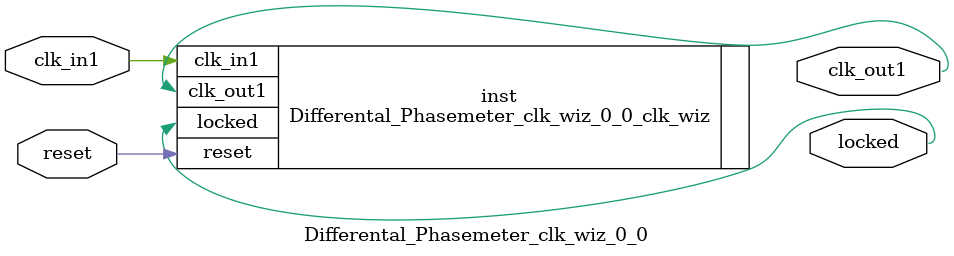
<source format=v>


`timescale 1ps/1ps

(* CORE_GENERATION_INFO = "Differental_Phasemeter_clk_wiz_0_0,clk_wiz_v6_0_11_0_0,{component_name=Differental_Phasemeter_clk_wiz_0_0,use_phase_alignment=true,use_min_o_jitter=false,use_max_i_jitter=false,use_dyn_phase_shift=false,use_inclk_switchover=false,use_dyn_reconfig=false,enable_axi=0,feedback_source=FDBK_AUTO,PRIMITIVE=MMCM,num_out_clk=1,clkin1_period=8.000,clkin2_period=10.000,use_power_down=false,use_reset=true,use_locked=true,use_inclk_stopped=false,feedback_type=SINGLE,CLOCK_MGR_TYPE=NA,manual_override=false}" *)

module Differental_Phasemeter_clk_wiz_0_0 
 (
  // Clock out ports
  output        clk_out1,
  // Status and control signals
  input         reset,
  output        locked,
 // Clock in ports
  input         clk_in1
 );

  Differental_Phasemeter_clk_wiz_0_0_clk_wiz inst
  (
  // Clock out ports  
  .clk_out1(clk_out1),
  // Status and control signals               
  .reset(reset), 
  .locked(locked),
 // Clock in ports
  .clk_in1(clk_in1)
  );

endmodule

</source>
